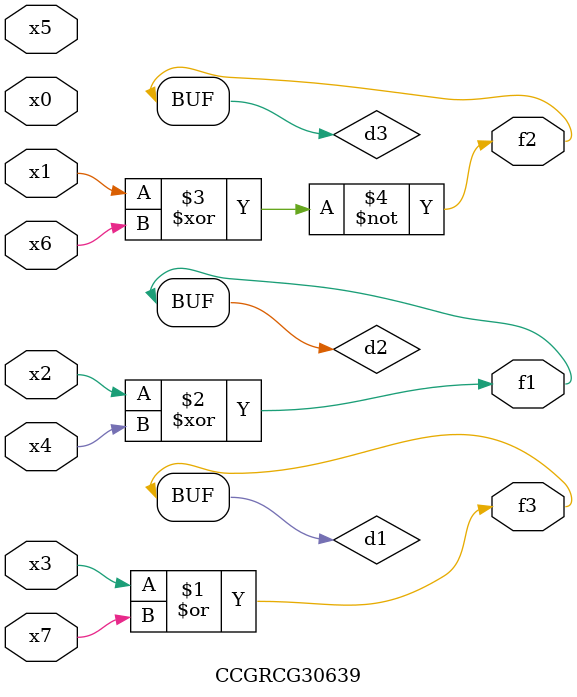
<source format=v>
module CCGRCG30639(
	input x0, x1, x2, x3, x4, x5, x6, x7,
	output f1, f2, f3
);

	wire d1, d2, d3;

	or (d1, x3, x7);
	xor (d2, x2, x4);
	xnor (d3, x1, x6);
	assign f1 = d2;
	assign f2 = d3;
	assign f3 = d1;
endmodule

</source>
